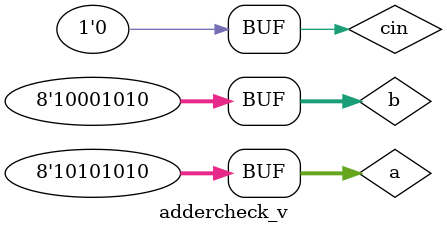
<source format=v>
`timescale 1ns / 1ps


module addercheck_v;

	// Inputs
	reg [7:0] a;
	reg [7:0] b;
	reg cin;

	// Outputs
	wire [7:0] y;

	// Instantiate the Unit Under Test (UUT)
	ADDER uut (
		.a(a), 
		.b(b), 
		.cin(cin), 
		.y(y)
	);

	initial begin
		// Initialize Inputs
		a = 8'hAA;
		b = 8'h8A;
		cin = 1;

		// Wait 100 ns for global reset to finish
		#10;
       // Initialize Inputs
		a = 8'hAA;
		b = 8'h8A;
		cin = 0;

		// Wait 100 ns for global reset to finish
		#10; 
		// Add stimulus here

	end
      
endmodule


</source>
